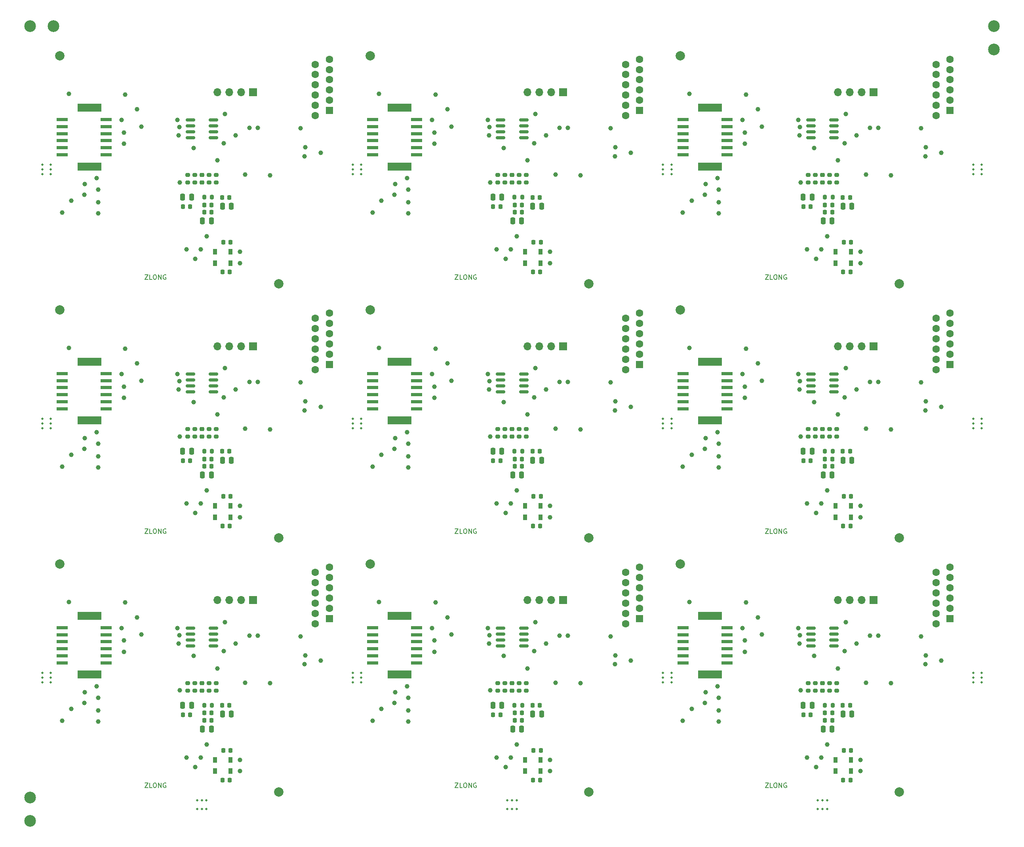
<source format=gbr>
%TF.GenerationSoftware,KiCad,Pcbnew,(6.0.0)*%
%TF.CreationDate,2022-01-01T16:03:18+08:00*%
%TF.ProjectId,SX7H02050048_PB,53583748-3032-4303-9530-3034385f5042,rev?*%
%TF.SameCoordinates,Original*%
%TF.FileFunction,Soldermask,Top*%
%TF.FilePolarity,Negative*%
%FSLAX46Y46*%
G04 Gerber Fmt 4.6, Leading zero omitted, Abs format (unit mm)*
G04 Created by KiCad (PCBNEW (6.0.0)) date 2022-01-01 16:03:18*
%MOMM*%
%LPD*%
G01*
G04 APERTURE LIST*
G04 Aperture macros list*
%AMRoundRect*
0 Rectangle with rounded corners*
0 $1 Rounding radius*
0 $2 $3 $4 $5 $6 $7 $8 $9 X,Y pos of 4 corners*
0 Add a 4 corners polygon primitive as box body*
4,1,4,$2,$3,$4,$5,$6,$7,$8,$9,$2,$3,0*
0 Add four circle primitives for the rounded corners*
1,1,$1+$1,$2,$3*
1,1,$1+$1,$4,$5*
1,1,$1+$1,$6,$7*
1,1,$1+$1,$8,$9*
0 Add four rect primitives between the rounded corners*
20,1,$1+$1,$2,$3,$4,$5,0*
20,1,$1+$1,$4,$5,$6,$7,0*
20,1,$1+$1,$6,$7,$8,$9,0*
20,1,$1+$1,$8,$9,$2,$3,0*%
G04 Aperture macros list end*
%ADD10C,0.150000*%
%ADD11C,0.500000*%
%ADD12RoundRect,0.225000X0.225000X0.250000X-0.225000X0.250000X-0.225000X-0.250000X0.225000X-0.250000X0*%
%ADD13RoundRect,0.200000X0.275000X-0.200000X0.275000X0.200000X-0.275000X0.200000X-0.275000X-0.200000X0*%
%ADD14C,1.000000*%
%ADD15RoundRect,0.250000X-0.250000X-0.475000X0.250000X-0.475000X0.250000X0.475000X-0.250000X0.475000X0*%
%ADD16R,2.450000X0.800000*%
%ADD17R,5.050000X1.800000*%
%ADD18RoundRect,0.200000X0.200000X0.275000X-0.200000X0.275000X-0.200000X-0.275000X0.200000X-0.275000X0*%
%ADD19R,0.900000X1.200000*%
%ADD20C,2.000000*%
%ADD21R,1.600000X1.600000*%
%ADD22C,1.600000*%
%ADD23RoundRect,0.225000X-0.250000X0.225000X-0.250000X-0.225000X0.250000X-0.225000X0.250000X0.225000X0*%
%ADD24RoundRect,0.200000X-0.275000X0.200000X-0.275000X-0.200000X0.275000X-0.200000X0.275000X0.200000X0*%
%ADD25RoundRect,0.250000X0.250000X0.475000X-0.250000X0.475000X-0.250000X-0.475000X0.250000X-0.475000X0*%
%ADD26RoundRect,0.225000X-0.225000X-0.250000X0.225000X-0.250000X0.225000X0.250000X-0.225000X0.250000X0*%
%ADD27R,1.700000X1.700000*%
%ADD28O,1.700000X1.700000*%
%ADD29RoundRect,0.150000X0.825000X0.150000X-0.825000X0.150000X-0.825000X-0.150000X0.825000X-0.150000X0*%
%ADD30C,2.500000*%
G04 APERTURE END LIST*
D10*
%TO.C,ZLONG_LOGO2*%
X179705283Y-184395555D02*
X180371950Y-184395555D01*
X179705283Y-185395555D01*
X180371950Y-185395555D01*
X181229093Y-185395555D02*
X180752902Y-185395555D01*
X180752902Y-184395555D01*
X181752902Y-184395555D02*
X181943378Y-184395555D01*
X182038617Y-184443175D01*
X182133855Y-184538413D01*
X182181474Y-184728889D01*
X182181474Y-185062222D01*
X182133855Y-185252698D01*
X182038617Y-185347936D01*
X181943378Y-185395555D01*
X181752902Y-185395555D01*
X181657664Y-185347936D01*
X181562426Y-185252698D01*
X181514807Y-185062222D01*
X181514807Y-184728889D01*
X181562426Y-184538413D01*
X181657664Y-184443175D01*
X181752902Y-184395555D01*
X182610045Y-185395555D02*
X182610045Y-184395555D01*
X183181474Y-185395555D01*
X183181474Y-184395555D01*
X184181474Y-184443175D02*
X184086236Y-184395555D01*
X183943378Y-184395555D01*
X183800521Y-184443175D01*
X183705283Y-184538413D01*
X183657664Y-184633651D01*
X183610045Y-184824127D01*
X183610045Y-184966984D01*
X183657664Y-185157460D01*
X183705283Y-185252698D01*
X183800521Y-185347936D01*
X183943378Y-185395555D01*
X184038617Y-185395555D01*
X184181474Y-185347936D01*
X184229093Y-185300317D01*
X184229093Y-184966984D01*
X184038617Y-184966984D01*
X113355283Y-184395555D02*
X114021950Y-184395555D01*
X113355283Y-185395555D01*
X114021950Y-185395555D01*
X114879093Y-185395555D02*
X114402902Y-185395555D01*
X114402902Y-184395555D01*
X115402902Y-184395555D02*
X115593378Y-184395555D01*
X115688617Y-184443175D01*
X115783855Y-184538413D01*
X115831474Y-184728889D01*
X115831474Y-185062222D01*
X115783855Y-185252698D01*
X115688617Y-185347936D01*
X115593378Y-185395555D01*
X115402902Y-185395555D01*
X115307664Y-185347936D01*
X115212426Y-185252698D01*
X115164807Y-185062222D01*
X115164807Y-184728889D01*
X115212426Y-184538413D01*
X115307664Y-184443175D01*
X115402902Y-184395555D01*
X116260045Y-185395555D02*
X116260045Y-184395555D01*
X116831474Y-185395555D01*
X116831474Y-184395555D01*
X117831474Y-184443175D02*
X117736236Y-184395555D01*
X117593378Y-184395555D01*
X117450521Y-184443175D01*
X117355283Y-184538413D01*
X117307664Y-184633651D01*
X117260045Y-184824127D01*
X117260045Y-184966984D01*
X117307664Y-185157460D01*
X117355283Y-185252698D01*
X117450521Y-185347936D01*
X117593378Y-185395555D01*
X117688617Y-185395555D01*
X117831474Y-185347936D01*
X117879093Y-185300317D01*
X117879093Y-184966984D01*
X117688617Y-184966984D01*
X47005283Y-184395555D02*
X47671950Y-184395555D01*
X47005283Y-185395555D01*
X47671950Y-185395555D01*
X48529093Y-185395555D02*
X48052902Y-185395555D01*
X48052902Y-184395555D01*
X49052902Y-184395555D02*
X49243378Y-184395555D01*
X49338617Y-184443175D01*
X49433855Y-184538413D01*
X49481474Y-184728889D01*
X49481474Y-185062222D01*
X49433855Y-185252698D01*
X49338617Y-185347936D01*
X49243378Y-185395555D01*
X49052902Y-185395555D01*
X48957664Y-185347936D01*
X48862426Y-185252698D01*
X48814807Y-185062222D01*
X48814807Y-184728889D01*
X48862426Y-184538413D01*
X48957664Y-184443175D01*
X49052902Y-184395555D01*
X49910045Y-185395555D02*
X49910045Y-184395555D01*
X50481474Y-185395555D01*
X50481474Y-184395555D01*
X51481474Y-184443175D02*
X51386236Y-184395555D01*
X51243378Y-184395555D01*
X51100521Y-184443175D01*
X51005283Y-184538413D01*
X50957664Y-184633651D01*
X50910045Y-184824127D01*
X50910045Y-184966984D01*
X50957664Y-185157460D01*
X51005283Y-185252698D01*
X51100521Y-185347936D01*
X51243378Y-185395555D01*
X51338617Y-185395555D01*
X51481474Y-185347936D01*
X51529093Y-185300317D01*
X51529093Y-184966984D01*
X51338617Y-184966984D01*
X179705283Y-130045494D02*
X180371950Y-130045494D01*
X179705283Y-131045494D01*
X180371950Y-131045494D01*
X181229093Y-131045494D02*
X180752902Y-131045494D01*
X180752902Y-130045494D01*
X181752902Y-130045494D02*
X181943378Y-130045494D01*
X182038617Y-130093114D01*
X182133855Y-130188352D01*
X182181474Y-130378828D01*
X182181474Y-130712161D01*
X182133855Y-130902637D01*
X182038617Y-130997875D01*
X181943378Y-131045494D01*
X181752902Y-131045494D01*
X181657664Y-130997875D01*
X181562426Y-130902637D01*
X181514807Y-130712161D01*
X181514807Y-130378828D01*
X181562426Y-130188352D01*
X181657664Y-130093114D01*
X181752902Y-130045494D01*
X182610045Y-131045494D02*
X182610045Y-130045494D01*
X183181474Y-131045494D01*
X183181474Y-130045494D01*
X184181474Y-130093114D02*
X184086236Y-130045494D01*
X183943378Y-130045494D01*
X183800521Y-130093114D01*
X183705283Y-130188352D01*
X183657664Y-130283590D01*
X183610045Y-130474066D01*
X183610045Y-130616923D01*
X183657664Y-130807399D01*
X183705283Y-130902637D01*
X183800521Y-130997875D01*
X183943378Y-131045494D01*
X184038617Y-131045494D01*
X184181474Y-130997875D01*
X184229093Y-130950256D01*
X184229093Y-130616923D01*
X184038617Y-130616923D01*
X113355283Y-130045494D02*
X114021950Y-130045494D01*
X113355283Y-131045494D01*
X114021950Y-131045494D01*
X114879093Y-131045494D02*
X114402902Y-131045494D01*
X114402902Y-130045494D01*
X115402902Y-130045494D02*
X115593378Y-130045494D01*
X115688617Y-130093114D01*
X115783855Y-130188352D01*
X115831474Y-130378828D01*
X115831474Y-130712161D01*
X115783855Y-130902637D01*
X115688617Y-130997875D01*
X115593378Y-131045494D01*
X115402902Y-131045494D01*
X115307664Y-130997875D01*
X115212426Y-130902637D01*
X115164807Y-130712161D01*
X115164807Y-130378828D01*
X115212426Y-130188352D01*
X115307664Y-130093114D01*
X115402902Y-130045494D01*
X116260045Y-131045494D02*
X116260045Y-130045494D01*
X116831474Y-131045494D01*
X116831474Y-130045494D01*
X117831474Y-130093114D02*
X117736236Y-130045494D01*
X117593378Y-130045494D01*
X117450521Y-130093114D01*
X117355283Y-130188352D01*
X117307664Y-130283590D01*
X117260045Y-130474066D01*
X117260045Y-130616923D01*
X117307664Y-130807399D01*
X117355283Y-130902637D01*
X117450521Y-130997875D01*
X117593378Y-131045494D01*
X117688617Y-131045494D01*
X117831474Y-130997875D01*
X117879093Y-130950256D01*
X117879093Y-130616923D01*
X117688617Y-130616923D01*
X47005283Y-130045494D02*
X47671950Y-130045494D01*
X47005283Y-131045494D01*
X47671950Y-131045494D01*
X48529093Y-131045494D02*
X48052902Y-131045494D01*
X48052902Y-130045494D01*
X49052902Y-130045494D02*
X49243378Y-130045494D01*
X49338617Y-130093114D01*
X49433855Y-130188352D01*
X49481474Y-130378828D01*
X49481474Y-130712161D01*
X49433855Y-130902637D01*
X49338617Y-130997875D01*
X49243378Y-131045494D01*
X49052902Y-131045494D01*
X48957664Y-130997875D01*
X48862426Y-130902637D01*
X48814807Y-130712161D01*
X48814807Y-130378828D01*
X48862426Y-130188352D01*
X48957664Y-130093114D01*
X49052902Y-130045494D01*
X49910045Y-131045494D02*
X49910045Y-130045494D01*
X50481474Y-131045494D01*
X50481474Y-130045494D01*
X51481474Y-130093114D02*
X51386236Y-130045494D01*
X51243378Y-130045494D01*
X51100521Y-130093114D01*
X51005283Y-130188352D01*
X50957664Y-130283590D01*
X50910045Y-130474066D01*
X50910045Y-130616923D01*
X50957664Y-130807399D01*
X51005283Y-130902637D01*
X51100521Y-130997875D01*
X51243378Y-131045494D01*
X51338617Y-131045494D01*
X51481474Y-130997875D01*
X51529093Y-130950256D01*
X51529093Y-130616923D01*
X51338617Y-130616923D01*
X179705283Y-75695433D02*
X180371950Y-75695433D01*
X179705283Y-76695433D01*
X180371950Y-76695433D01*
X181229093Y-76695433D02*
X180752902Y-76695433D01*
X180752902Y-75695433D01*
X181752902Y-75695433D02*
X181943378Y-75695433D01*
X182038617Y-75743053D01*
X182133855Y-75838291D01*
X182181474Y-76028767D01*
X182181474Y-76362100D01*
X182133855Y-76552576D01*
X182038617Y-76647814D01*
X181943378Y-76695433D01*
X181752902Y-76695433D01*
X181657664Y-76647814D01*
X181562426Y-76552576D01*
X181514807Y-76362100D01*
X181514807Y-76028767D01*
X181562426Y-75838291D01*
X181657664Y-75743053D01*
X181752902Y-75695433D01*
X182610045Y-76695433D02*
X182610045Y-75695433D01*
X183181474Y-76695433D01*
X183181474Y-75695433D01*
X184181474Y-75743053D02*
X184086236Y-75695433D01*
X183943378Y-75695433D01*
X183800521Y-75743053D01*
X183705283Y-75838291D01*
X183657664Y-75933529D01*
X183610045Y-76124005D01*
X183610045Y-76266862D01*
X183657664Y-76457338D01*
X183705283Y-76552576D01*
X183800521Y-76647814D01*
X183943378Y-76695433D01*
X184038617Y-76695433D01*
X184181474Y-76647814D01*
X184229093Y-76600195D01*
X184229093Y-76266862D01*
X184038617Y-76266862D01*
X113355283Y-75695433D02*
X114021950Y-75695433D01*
X113355283Y-76695433D01*
X114021950Y-76695433D01*
X114879093Y-76695433D02*
X114402902Y-76695433D01*
X114402902Y-75695433D01*
X115402902Y-75695433D02*
X115593378Y-75695433D01*
X115688617Y-75743053D01*
X115783855Y-75838291D01*
X115831474Y-76028767D01*
X115831474Y-76362100D01*
X115783855Y-76552576D01*
X115688617Y-76647814D01*
X115593378Y-76695433D01*
X115402902Y-76695433D01*
X115307664Y-76647814D01*
X115212426Y-76552576D01*
X115164807Y-76362100D01*
X115164807Y-76028767D01*
X115212426Y-75838291D01*
X115307664Y-75743053D01*
X115402902Y-75695433D01*
X116260045Y-76695433D02*
X116260045Y-75695433D01*
X116831474Y-76695433D01*
X116831474Y-75695433D01*
X117831474Y-75743053D02*
X117736236Y-75695433D01*
X117593378Y-75695433D01*
X117450521Y-75743053D01*
X117355283Y-75838291D01*
X117307664Y-75933529D01*
X117260045Y-76124005D01*
X117260045Y-76266862D01*
X117307664Y-76457338D01*
X117355283Y-76552576D01*
X117450521Y-76647814D01*
X117593378Y-76695433D01*
X117688617Y-76695433D01*
X117831474Y-76647814D01*
X117879093Y-76600195D01*
X117879093Y-76266862D01*
X117688617Y-76266862D01*
X47005283Y-75695433D02*
X47671950Y-75695433D01*
X47005283Y-76695433D01*
X47671950Y-76695433D01*
X48529093Y-76695433D02*
X48052902Y-76695433D01*
X48052902Y-75695433D01*
X49052902Y-75695433D02*
X49243378Y-75695433D01*
X49338617Y-75743053D01*
X49433855Y-75838291D01*
X49481474Y-76028767D01*
X49481474Y-76362100D01*
X49433855Y-76552576D01*
X49338617Y-76647814D01*
X49243378Y-76695433D01*
X49052902Y-76695433D01*
X48957664Y-76647814D01*
X48862426Y-76552576D01*
X48814807Y-76362100D01*
X48814807Y-76028767D01*
X48862426Y-75838291D01*
X48957664Y-75743053D01*
X49052902Y-75695433D01*
X49910045Y-76695433D02*
X49910045Y-75695433D01*
X50481474Y-76695433D01*
X50481474Y-75695433D01*
X51481474Y-75743053D02*
X51386236Y-75695433D01*
X51243378Y-75695433D01*
X51100521Y-75743053D01*
X51005283Y-75838291D01*
X50957664Y-75933529D01*
X50910045Y-76124005D01*
X50910045Y-76266862D01*
X50957664Y-76457338D01*
X51005283Y-76552576D01*
X51100521Y-76647814D01*
X51243378Y-76695433D01*
X51338617Y-76695433D01*
X51481474Y-76647814D01*
X51529093Y-76600195D01*
X51529093Y-76266862D01*
X51338617Y-76266862D01*
%TD*%
D11*
%TO.C,*%
X192875000Y-189950183D03*
%TD*%
%TO.C,*%
X190875000Y-189950183D03*
%TD*%
%TO.C,*%
X191875000Y-189950183D03*
%TD*%
%TO.C,*%
X192875000Y-188150183D03*
%TD*%
%TO.C,*%
X190875000Y-188150183D03*
%TD*%
%TO.C,*%
X191875000Y-188150183D03*
%TD*%
%TO.C,*%
X126525000Y-189950183D03*
%TD*%
%TO.C,*%
X124525000Y-189950183D03*
%TD*%
%TO.C,*%
X125525000Y-189950183D03*
%TD*%
%TO.C,*%
X126525000Y-188150183D03*
%TD*%
%TO.C,*%
X124525000Y-188150183D03*
%TD*%
%TO.C,*%
X125525000Y-188150183D03*
%TD*%
%TO.C,*%
X60175000Y-189950183D03*
%TD*%
%TO.C,*%
X58175000Y-189950183D03*
%TD*%
%TO.C,*%
X59175000Y-189950183D03*
%TD*%
%TO.C,*%
X60175000Y-188150183D03*
%TD*%
%TO.C,*%
X58175000Y-188150183D03*
%TD*%
%TO.C,*%
X59175000Y-188150183D03*
%TD*%
%TO.C,*%
X225950000Y-162875152D03*
%TD*%
%TO.C,*%
X225950000Y-160875152D03*
%TD*%
%TO.C,*%
X225950000Y-161875152D03*
%TD*%
%TO.C,*%
X224150000Y-162875152D03*
%TD*%
%TO.C,*%
X224150000Y-160875152D03*
%TD*%
%TO.C,*%
X224150000Y-161875152D03*
%TD*%
%TO.C,*%
X159600000Y-162875152D03*
%TD*%
%TO.C,*%
X159600000Y-160875152D03*
%TD*%
%TO.C,*%
X159600000Y-161875152D03*
%TD*%
%TO.C,*%
X157800000Y-162875152D03*
%TD*%
%TO.C,*%
X157800000Y-160875152D03*
%TD*%
%TO.C,*%
X157800000Y-161875152D03*
%TD*%
%TO.C,*%
X93250000Y-162875152D03*
%TD*%
%TO.C,*%
X93250000Y-160875152D03*
%TD*%
%TO.C,*%
X93250000Y-161875152D03*
%TD*%
%TO.C,*%
X91450000Y-162875152D03*
%TD*%
%TO.C,*%
X91450000Y-160875152D03*
%TD*%
%TO.C,*%
X91450000Y-161875152D03*
%TD*%
%TO.C,*%
X26900000Y-162875152D03*
%TD*%
%TO.C,*%
X26900000Y-160875152D03*
%TD*%
%TO.C,*%
X26900000Y-161875152D03*
%TD*%
%TO.C,*%
X25100000Y-162875152D03*
%TD*%
%TO.C,*%
X25100000Y-160875152D03*
%TD*%
%TO.C,*%
X25100000Y-161875152D03*
%TD*%
%TO.C,*%
X225950000Y-108525091D03*
%TD*%
%TO.C,*%
X225950000Y-106525091D03*
%TD*%
%TO.C,*%
X225950000Y-107525091D03*
%TD*%
%TO.C,*%
X224150000Y-108525091D03*
%TD*%
%TO.C,*%
X224150000Y-106525091D03*
%TD*%
%TO.C,*%
X224150000Y-107525091D03*
%TD*%
%TO.C,*%
X159600000Y-108525091D03*
%TD*%
%TO.C,*%
X159600000Y-106525091D03*
%TD*%
%TO.C,*%
X159600000Y-107525091D03*
%TD*%
%TO.C,*%
X157800000Y-108525091D03*
%TD*%
%TO.C,*%
X157800000Y-106525091D03*
%TD*%
%TO.C,*%
X157800000Y-107525091D03*
%TD*%
%TO.C,*%
X93250000Y-108525091D03*
%TD*%
%TO.C,*%
X93250000Y-106525091D03*
%TD*%
%TO.C,*%
X93250000Y-107525091D03*
%TD*%
%TO.C,*%
X91450000Y-108525091D03*
%TD*%
%TO.C,*%
X91450000Y-106525091D03*
%TD*%
%TO.C,*%
X91450000Y-107525091D03*
%TD*%
%TO.C,*%
X26900000Y-108525091D03*
%TD*%
%TO.C,*%
X26900000Y-106525091D03*
%TD*%
%TO.C,*%
X26900000Y-107525091D03*
%TD*%
%TO.C,*%
X25100000Y-108525091D03*
%TD*%
%TO.C,*%
X25100000Y-106525091D03*
%TD*%
%TO.C,*%
X25100000Y-107525091D03*
%TD*%
%TO.C,*%
X225950000Y-54175030D03*
%TD*%
%TO.C,*%
X225950000Y-52175030D03*
%TD*%
%TO.C,*%
X225950000Y-53175030D03*
%TD*%
%TO.C,*%
X224150000Y-54175030D03*
%TD*%
%TO.C,*%
X224150000Y-52175030D03*
%TD*%
%TO.C,*%
X224150000Y-53175030D03*
%TD*%
%TO.C,*%
X159600000Y-54175030D03*
%TD*%
%TO.C,*%
X159600000Y-52175030D03*
%TD*%
%TO.C,*%
X159600000Y-53175030D03*
%TD*%
%TO.C,*%
X157800000Y-54175030D03*
%TD*%
%TO.C,*%
X157800000Y-52175030D03*
%TD*%
%TO.C,*%
X157800000Y-53175030D03*
%TD*%
%TO.C,*%
X93250000Y-54175030D03*
%TD*%
%TO.C,*%
X93250000Y-52175030D03*
%TD*%
%TO.C,*%
X93250000Y-53175030D03*
%TD*%
%TO.C,*%
X91450000Y-54175030D03*
%TD*%
%TO.C,*%
X91450000Y-52175030D03*
%TD*%
%TO.C,*%
X91450000Y-53175030D03*
%TD*%
%TO.C,*%
X26900000Y-54175030D03*
%TD*%
%TO.C,*%
X26900000Y-52175030D03*
%TD*%
%TO.C,*%
X26900000Y-53175030D03*
%TD*%
%TO.C,*%
X25100000Y-54175030D03*
%TD*%
%TO.C,*%
X25100000Y-52175030D03*
%TD*%
%TO.C,*%
X25100000Y-53175030D03*
%TD*%
D12*
%TO.C,C120*%
X193973998Y-169449175D03*
X192423998Y-169449175D03*
%TD*%
D13*
%TO.C,R109*%
X194944998Y-164686175D03*
X194944998Y-163036175D03*
%TD*%
D14*
%TO.C,TP49*%
X175259998Y-153955175D03*
%TD*%
D15*
%TO.C,C117*%
X196280998Y-169703175D03*
X198180998Y-169703175D03*
%TD*%
D14*
%TO.C,TP55*%
X186943998Y-154590175D03*
%TD*%
%TO.C,TP63*%
X200024998Y-181895175D03*
%TD*%
%TO.C,TP84*%
X169697398Y-168915775D03*
%TD*%
%TO.C,TP31*%
X187197998Y-164623175D03*
%TD*%
%TO.C,TP44*%
X175513998Y-145827175D03*
%TD*%
%TO.C,TP70*%
X166750998Y-167290175D03*
%TD*%
%TO.C,TP68*%
X192912998Y-176180175D03*
%TD*%
%TO.C,TP46*%
X178053998Y-149002175D03*
%TD*%
%TO.C,TP45*%
X178942998Y-152685175D03*
%TD*%
%TO.C,TP65*%
X190499998Y-181006175D03*
%TD*%
D16*
%TO.C,J2*%
X162050999Y-158703675D03*
X171451006Y-158703675D03*
X162050999Y-157203675D03*
X171451006Y-157203675D03*
X162050999Y-155703676D03*
X171451006Y-155703676D03*
X162050999Y-154203674D03*
X171451006Y-154203674D03*
X162050999Y-152703674D03*
X171451006Y-152703674D03*
X162050999Y-151203675D03*
X171451006Y-151203675D03*
D17*
X167851013Y-161233675D03*
X167851013Y-148673675D03*
%TD*%
D18*
%TO.C,L103*%
X194057998Y-167798175D03*
X192407998Y-167798175D03*
%TD*%
D14*
%TO.C,TP74*%
X169697398Y-166172575D03*
%TD*%
%TO.C,TP91*%
X202056998Y-152939175D03*
%TD*%
%TO.C,TP85*%
X169417998Y-163734175D03*
%TD*%
%TO.C,TP54*%
X190118998Y-157257175D03*
%TD*%
%TO.C,TP78*%
X163956998Y-168560175D03*
%TD*%
D15*
%TO.C,C116*%
X187771998Y-167798175D03*
X189671998Y-167798175D03*
%TD*%
D19*
%TO.C,D107*%
X197991998Y-179482175D03*
X194691998Y-179482175D03*
%TD*%
D14*
%TO.C,TP64*%
X200024998Y-179482175D03*
%TD*%
%TO.C,TP96*%
X206501998Y-163099175D03*
%TD*%
%TO.C,TP95*%
X201167998Y-162972175D03*
%TD*%
D20*
%TO.C,MARK2*%
X208312998Y-186337175D03*
%TD*%
D13*
%TO.C,R116*%
X193420998Y-164686175D03*
X193420998Y-163036175D03*
%TD*%
D21*
%TO.C,J1*%
X219162998Y-149287175D03*
D22*
X219162998Y-147087175D03*
X219162998Y-144887175D03*
X219162998Y-142687175D03*
X219162998Y-140487175D03*
X219162998Y-138287175D03*
X216162998Y-150387175D03*
X216162998Y-148187175D03*
X216162998Y-145987175D03*
X216162998Y-143787175D03*
X216162998Y-141587175D03*
X216162998Y-139387175D03*
%TD*%
D12*
%TO.C,C135*%
X197878998Y-183800175D03*
X196328998Y-183800175D03*
%TD*%
D14*
%TO.C,TP53*%
X196849998Y-150018175D03*
%TD*%
D19*
%TO.C,D106*%
X197991998Y-181895175D03*
X194691998Y-181895175D03*
%TD*%
D23*
%TO.C,C122*%
X191896998Y-163086175D03*
X191896998Y-164636175D03*
%TD*%
D14*
%TO.C,TP56*%
X186689998Y-151288175D03*
%TD*%
%TO.C,TP59*%
X187070998Y-152812175D03*
%TD*%
%TO.C,TP11*%
X217296998Y-158273175D03*
%TD*%
%TO.C,TP10*%
X213994998Y-157130175D03*
%TD*%
%TO.C,TP3*%
X212978998Y-153066175D03*
%TD*%
%TO.C,TP83*%
X169697398Y-171277975D03*
%TD*%
D24*
%TO.C,R119*%
X188848998Y-163036175D03*
X188848998Y-164686175D03*
%TD*%
D14*
%TO.C,TP77*%
X162026598Y-171074775D03*
%TD*%
%TO.C,TP52*%
X196595998Y-156241175D03*
%TD*%
D25*
%TO.C,C119*%
X193928998Y-172878175D03*
X192028998Y-172878175D03*
%TD*%
D26*
%TO.C,C113*%
X187819998Y-169830175D03*
X189369998Y-169830175D03*
%TD*%
D27*
%TO.C,J101*%
X202808998Y-145319175D03*
D28*
X200268998Y-145319175D03*
X197728998Y-145319175D03*
X195188998Y-145319175D03*
%TD*%
D12*
%TO.C,C136*%
X198005998Y-177450175D03*
X196455998Y-177450175D03*
%TD*%
D14*
%TO.C,TP43*%
X175259998Y-156368175D03*
%TD*%
D24*
%TO.C,R110*%
X190372998Y-163036175D03*
X190372998Y-164686175D03*
%TD*%
D14*
%TO.C,TP67*%
X188594998Y-178974175D03*
%TD*%
%TO.C,TP28*%
X195198998Y-159924175D03*
%TD*%
%TO.C,TP48*%
X163448998Y-145700175D03*
%TD*%
D29*
%TO.C,U103*%
X194371998Y-155098175D03*
X194371998Y-153828175D03*
X194371998Y-152558175D03*
X194371998Y-151288175D03*
X189421998Y-151288175D03*
X189421998Y-152558175D03*
X189421998Y-153828175D03*
X189421998Y-155098175D03*
%TD*%
D14*
%TO.C,TP92*%
X203834998Y-152939175D03*
%TD*%
%TO.C,TP93*%
X199135998Y-154590175D03*
%TD*%
%TO.C,TP66*%
X191642998Y-178974175D03*
%TD*%
D26*
%TO.C,C118*%
X196235998Y-167836415D03*
X197785998Y-167836415D03*
%TD*%
D20*
%TO.C,MARK1*%
X161512998Y-137537175D03*
%TD*%
D14*
%TO.C,TP79*%
X166877998Y-165004175D03*
%TD*%
D12*
%TO.C,C121*%
X193973998Y-171015415D03*
X192423998Y-171015415D03*
%TD*%
D14*
%TO.C,TP6*%
X213867998Y-159035175D03*
%TD*%
%TO.C,TP50*%
X174751998Y-151288175D03*
%TD*%
D12*
%TO.C,C120*%
X127623998Y-169449175D03*
X126073998Y-169449175D03*
%TD*%
D13*
%TO.C,R109*%
X128594998Y-164686175D03*
X128594998Y-163036175D03*
%TD*%
D14*
%TO.C,TP49*%
X108909998Y-153955175D03*
%TD*%
D15*
%TO.C,C117*%
X129930998Y-169703175D03*
X131830998Y-169703175D03*
%TD*%
D14*
%TO.C,TP55*%
X120593998Y-154590175D03*
%TD*%
%TO.C,TP63*%
X133674998Y-181895175D03*
%TD*%
%TO.C,TP84*%
X103347398Y-168915775D03*
%TD*%
%TO.C,TP31*%
X120847998Y-164623175D03*
%TD*%
%TO.C,TP44*%
X109163998Y-145827175D03*
%TD*%
%TO.C,TP70*%
X100400998Y-167290175D03*
%TD*%
%TO.C,TP68*%
X126562998Y-176180175D03*
%TD*%
%TO.C,TP46*%
X111703998Y-149002175D03*
%TD*%
%TO.C,TP45*%
X112592998Y-152685175D03*
%TD*%
%TO.C,TP65*%
X124149998Y-181006175D03*
%TD*%
D16*
%TO.C,J2*%
X95700999Y-158703675D03*
X105101006Y-158703675D03*
X95700999Y-157203675D03*
X105101006Y-157203675D03*
X95700999Y-155703676D03*
X105101006Y-155703676D03*
X95700999Y-154203674D03*
X105101006Y-154203674D03*
X95700999Y-152703674D03*
X105101006Y-152703674D03*
X95700999Y-151203675D03*
X105101006Y-151203675D03*
D17*
X101501013Y-161233675D03*
X101501013Y-148673675D03*
%TD*%
D18*
%TO.C,L103*%
X127707998Y-167798175D03*
X126057998Y-167798175D03*
%TD*%
D14*
%TO.C,TP74*%
X103347398Y-166172575D03*
%TD*%
%TO.C,TP91*%
X135706998Y-152939175D03*
%TD*%
%TO.C,TP85*%
X103067998Y-163734175D03*
%TD*%
%TO.C,TP54*%
X123768998Y-157257175D03*
%TD*%
%TO.C,TP78*%
X97606998Y-168560175D03*
%TD*%
D15*
%TO.C,C116*%
X121421998Y-167798175D03*
X123321998Y-167798175D03*
%TD*%
D19*
%TO.C,D107*%
X131641998Y-179482175D03*
X128341998Y-179482175D03*
%TD*%
D14*
%TO.C,TP64*%
X133674998Y-179482175D03*
%TD*%
%TO.C,TP96*%
X140151998Y-163099175D03*
%TD*%
%TO.C,TP95*%
X134817998Y-162972175D03*
%TD*%
D20*
%TO.C,MARK2*%
X141962998Y-186337175D03*
%TD*%
D13*
%TO.C,R116*%
X127070998Y-164686175D03*
X127070998Y-163036175D03*
%TD*%
D21*
%TO.C,J1*%
X152812998Y-149287175D03*
D22*
X152812998Y-147087175D03*
X152812998Y-144887175D03*
X152812998Y-142687175D03*
X152812998Y-140487175D03*
X152812998Y-138287175D03*
X149812998Y-150387175D03*
X149812998Y-148187175D03*
X149812998Y-145987175D03*
X149812998Y-143787175D03*
X149812998Y-141587175D03*
X149812998Y-139387175D03*
%TD*%
D12*
%TO.C,C135*%
X131528998Y-183800175D03*
X129978998Y-183800175D03*
%TD*%
D14*
%TO.C,TP53*%
X130499998Y-150018175D03*
%TD*%
D19*
%TO.C,D106*%
X131641998Y-181895175D03*
X128341998Y-181895175D03*
%TD*%
D23*
%TO.C,C122*%
X125546998Y-163086175D03*
X125546998Y-164636175D03*
%TD*%
D14*
%TO.C,TP56*%
X120339998Y-151288175D03*
%TD*%
%TO.C,TP59*%
X120720998Y-152812175D03*
%TD*%
%TO.C,TP11*%
X150946998Y-158273175D03*
%TD*%
%TO.C,TP10*%
X147644998Y-157130175D03*
%TD*%
%TO.C,TP3*%
X146628998Y-153066175D03*
%TD*%
%TO.C,TP83*%
X103347398Y-171277975D03*
%TD*%
D24*
%TO.C,R119*%
X122498998Y-163036175D03*
X122498998Y-164686175D03*
%TD*%
D14*
%TO.C,TP77*%
X95676598Y-171074775D03*
%TD*%
%TO.C,TP52*%
X130245998Y-156241175D03*
%TD*%
D25*
%TO.C,C119*%
X127578998Y-172878175D03*
X125678998Y-172878175D03*
%TD*%
D26*
%TO.C,C113*%
X121469998Y-169830175D03*
X123019998Y-169830175D03*
%TD*%
D27*
%TO.C,J101*%
X136458998Y-145319175D03*
D28*
X133918998Y-145319175D03*
X131378998Y-145319175D03*
X128838998Y-145319175D03*
%TD*%
D12*
%TO.C,C136*%
X131655998Y-177450175D03*
X130105998Y-177450175D03*
%TD*%
D14*
%TO.C,TP43*%
X108909998Y-156368175D03*
%TD*%
D24*
%TO.C,R110*%
X124022998Y-163036175D03*
X124022998Y-164686175D03*
%TD*%
D14*
%TO.C,TP67*%
X122244998Y-178974175D03*
%TD*%
%TO.C,TP28*%
X128848998Y-159924175D03*
%TD*%
%TO.C,TP48*%
X97098998Y-145700175D03*
%TD*%
D29*
%TO.C,U103*%
X128021998Y-155098175D03*
X128021998Y-153828175D03*
X128021998Y-152558175D03*
X128021998Y-151288175D03*
X123071998Y-151288175D03*
X123071998Y-152558175D03*
X123071998Y-153828175D03*
X123071998Y-155098175D03*
%TD*%
D14*
%TO.C,TP92*%
X137484998Y-152939175D03*
%TD*%
%TO.C,TP93*%
X132785998Y-154590175D03*
%TD*%
%TO.C,TP66*%
X125292998Y-178974175D03*
%TD*%
D26*
%TO.C,C118*%
X129885998Y-167836415D03*
X131435998Y-167836415D03*
%TD*%
D20*
%TO.C,MARK1*%
X95162998Y-137537175D03*
%TD*%
D14*
%TO.C,TP79*%
X100527998Y-165004175D03*
%TD*%
D12*
%TO.C,C121*%
X127623998Y-171015415D03*
X126073998Y-171015415D03*
%TD*%
D14*
%TO.C,TP6*%
X147517998Y-159035175D03*
%TD*%
%TO.C,TP50*%
X108401998Y-151288175D03*
%TD*%
D12*
%TO.C,C120*%
X61273998Y-169449175D03*
X59723998Y-169449175D03*
%TD*%
D13*
%TO.C,R109*%
X62244998Y-164686175D03*
X62244998Y-163036175D03*
%TD*%
D14*
%TO.C,TP49*%
X42559998Y-153955175D03*
%TD*%
D15*
%TO.C,C117*%
X63580998Y-169703175D03*
X65480998Y-169703175D03*
%TD*%
D14*
%TO.C,TP55*%
X54243998Y-154590175D03*
%TD*%
%TO.C,TP63*%
X67324998Y-181895175D03*
%TD*%
%TO.C,TP84*%
X36997398Y-168915775D03*
%TD*%
%TO.C,TP31*%
X54497998Y-164623175D03*
%TD*%
%TO.C,TP44*%
X42813998Y-145827175D03*
%TD*%
%TO.C,TP70*%
X34050998Y-167290175D03*
%TD*%
%TO.C,TP68*%
X60212998Y-176180175D03*
%TD*%
%TO.C,TP46*%
X45353998Y-149002175D03*
%TD*%
%TO.C,TP45*%
X46242998Y-152685175D03*
%TD*%
%TO.C,TP65*%
X57799998Y-181006175D03*
%TD*%
D16*
%TO.C,J2*%
X29350999Y-158703675D03*
X38751006Y-158703675D03*
X29350999Y-157203675D03*
X38751006Y-157203675D03*
X29350999Y-155703676D03*
X38751006Y-155703676D03*
X29350999Y-154203674D03*
X38751006Y-154203674D03*
X29350999Y-152703674D03*
X38751006Y-152703674D03*
X29350999Y-151203675D03*
X38751006Y-151203675D03*
D17*
X35151013Y-161233675D03*
X35151013Y-148673675D03*
%TD*%
D18*
%TO.C,L103*%
X61357998Y-167798175D03*
X59707998Y-167798175D03*
%TD*%
D14*
%TO.C,TP74*%
X36997398Y-166172575D03*
%TD*%
%TO.C,TP91*%
X69356998Y-152939175D03*
%TD*%
%TO.C,TP85*%
X36717998Y-163734175D03*
%TD*%
%TO.C,TP54*%
X57418998Y-157257175D03*
%TD*%
%TO.C,TP78*%
X31256998Y-168560175D03*
%TD*%
D15*
%TO.C,C116*%
X55071998Y-167798175D03*
X56971998Y-167798175D03*
%TD*%
D19*
%TO.C,D107*%
X65291998Y-179482175D03*
X61991998Y-179482175D03*
%TD*%
D14*
%TO.C,TP64*%
X67324998Y-179482175D03*
%TD*%
%TO.C,TP96*%
X73801998Y-163099175D03*
%TD*%
%TO.C,TP95*%
X68467998Y-162972175D03*
%TD*%
D20*
%TO.C,MARK2*%
X75612998Y-186337175D03*
%TD*%
D13*
%TO.C,R116*%
X60720998Y-164686175D03*
X60720998Y-163036175D03*
%TD*%
D21*
%TO.C,J1*%
X86462998Y-149287175D03*
D22*
X86462998Y-147087175D03*
X86462998Y-144887175D03*
X86462998Y-142687175D03*
X86462998Y-140487175D03*
X86462998Y-138287175D03*
X83462998Y-150387175D03*
X83462998Y-148187175D03*
X83462998Y-145987175D03*
X83462998Y-143787175D03*
X83462998Y-141587175D03*
X83462998Y-139387175D03*
%TD*%
D12*
%TO.C,C135*%
X65178998Y-183800175D03*
X63628998Y-183800175D03*
%TD*%
D14*
%TO.C,TP53*%
X64149998Y-150018175D03*
%TD*%
D19*
%TO.C,D106*%
X65291998Y-181895175D03*
X61991998Y-181895175D03*
%TD*%
D23*
%TO.C,C122*%
X59196998Y-163086175D03*
X59196998Y-164636175D03*
%TD*%
D14*
%TO.C,TP56*%
X53989998Y-151288175D03*
%TD*%
%TO.C,TP59*%
X54370998Y-152812175D03*
%TD*%
%TO.C,TP11*%
X84596998Y-158273175D03*
%TD*%
%TO.C,TP10*%
X81294998Y-157130175D03*
%TD*%
%TO.C,TP3*%
X80278998Y-153066175D03*
%TD*%
%TO.C,TP83*%
X36997398Y-171277975D03*
%TD*%
D24*
%TO.C,R119*%
X56148998Y-163036175D03*
X56148998Y-164686175D03*
%TD*%
D14*
%TO.C,TP77*%
X29326598Y-171074775D03*
%TD*%
%TO.C,TP52*%
X63895998Y-156241175D03*
%TD*%
D25*
%TO.C,C119*%
X61228998Y-172878175D03*
X59328998Y-172878175D03*
%TD*%
D26*
%TO.C,C113*%
X55119998Y-169830175D03*
X56669998Y-169830175D03*
%TD*%
D27*
%TO.C,J101*%
X70108998Y-145319175D03*
D28*
X67568998Y-145319175D03*
X65028998Y-145319175D03*
X62488998Y-145319175D03*
%TD*%
D12*
%TO.C,C136*%
X65305998Y-177450175D03*
X63755998Y-177450175D03*
%TD*%
D14*
%TO.C,TP43*%
X42559998Y-156368175D03*
%TD*%
D24*
%TO.C,R110*%
X57672998Y-163036175D03*
X57672998Y-164686175D03*
%TD*%
D14*
%TO.C,TP67*%
X55894998Y-178974175D03*
%TD*%
%TO.C,TP28*%
X62498998Y-159924175D03*
%TD*%
%TO.C,TP48*%
X30748998Y-145700175D03*
%TD*%
D29*
%TO.C,U103*%
X61671998Y-155098175D03*
X61671998Y-153828175D03*
X61671998Y-152558175D03*
X61671998Y-151288175D03*
X56721998Y-151288175D03*
X56721998Y-152558175D03*
X56721998Y-153828175D03*
X56721998Y-155098175D03*
%TD*%
D14*
%TO.C,TP92*%
X71134998Y-152939175D03*
%TD*%
%TO.C,TP93*%
X66435998Y-154590175D03*
%TD*%
%TO.C,TP66*%
X58942998Y-178974175D03*
%TD*%
D26*
%TO.C,C118*%
X63535998Y-167836415D03*
X65085998Y-167836415D03*
%TD*%
D20*
%TO.C,MARK1*%
X28812998Y-137537175D03*
%TD*%
D14*
%TO.C,TP79*%
X34177998Y-165004175D03*
%TD*%
D12*
%TO.C,C121*%
X61273998Y-171015415D03*
X59723998Y-171015415D03*
%TD*%
D14*
%TO.C,TP6*%
X81167998Y-159035175D03*
%TD*%
%TO.C,TP50*%
X42051998Y-151288175D03*
%TD*%
D12*
%TO.C,C120*%
X193973998Y-115099114D03*
X192423998Y-115099114D03*
%TD*%
D13*
%TO.C,R109*%
X194944998Y-110336114D03*
X194944998Y-108686114D03*
%TD*%
D14*
%TO.C,TP49*%
X175259998Y-99605114D03*
%TD*%
D15*
%TO.C,C117*%
X196280998Y-115353114D03*
X198180998Y-115353114D03*
%TD*%
D14*
%TO.C,TP55*%
X186943998Y-100240114D03*
%TD*%
%TO.C,TP63*%
X200024998Y-127545114D03*
%TD*%
%TO.C,TP84*%
X169697398Y-114565714D03*
%TD*%
%TO.C,TP31*%
X187197998Y-110273114D03*
%TD*%
%TO.C,TP44*%
X175513998Y-91477114D03*
%TD*%
%TO.C,TP70*%
X166750998Y-112940114D03*
%TD*%
%TO.C,TP68*%
X192912998Y-121830114D03*
%TD*%
%TO.C,TP46*%
X178053998Y-94652114D03*
%TD*%
%TO.C,TP45*%
X178942998Y-98335114D03*
%TD*%
%TO.C,TP65*%
X190499998Y-126656114D03*
%TD*%
D16*
%TO.C,J2*%
X162050999Y-104353614D03*
X171451006Y-104353614D03*
X162050999Y-102853614D03*
X171451006Y-102853614D03*
X162050999Y-101353615D03*
X171451006Y-101353615D03*
X162050999Y-99853613D03*
X171451006Y-99853613D03*
X162050999Y-98353613D03*
X171451006Y-98353613D03*
X162050999Y-96853614D03*
X171451006Y-96853614D03*
D17*
X167851013Y-106883614D03*
X167851013Y-94323614D03*
%TD*%
D18*
%TO.C,L103*%
X194057998Y-113448114D03*
X192407998Y-113448114D03*
%TD*%
D14*
%TO.C,TP74*%
X169697398Y-111822514D03*
%TD*%
%TO.C,TP91*%
X202056998Y-98589114D03*
%TD*%
%TO.C,TP85*%
X169417998Y-109384114D03*
%TD*%
%TO.C,TP54*%
X190118998Y-102907114D03*
%TD*%
%TO.C,TP78*%
X163956998Y-114210114D03*
%TD*%
D15*
%TO.C,C116*%
X187771998Y-113448114D03*
X189671998Y-113448114D03*
%TD*%
D19*
%TO.C,D107*%
X197991998Y-125132114D03*
X194691998Y-125132114D03*
%TD*%
D14*
%TO.C,TP64*%
X200024998Y-125132114D03*
%TD*%
%TO.C,TP96*%
X206501998Y-108749114D03*
%TD*%
%TO.C,TP95*%
X201167998Y-108622114D03*
%TD*%
D20*
%TO.C,MARK2*%
X208312998Y-131987114D03*
%TD*%
D13*
%TO.C,R116*%
X193420998Y-110336114D03*
X193420998Y-108686114D03*
%TD*%
D21*
%TO.C,J1*%
X219162998Y-94937114D03*
D22*
X219162998Y-92737114D03*
X219162998Y-90537114D03*
X219162998Y-88337114D03*
X219162998Y-86137114D03*
X219162998Y-83937114D03*
X216162998Y-96037114D03*
X216162998Y-93837114D03*
X216162998Y-91637114D03*
X216162998Y-89437114D03*
X216162998Y-87237114D03*
X216162998Y-85037114D03*
%TD*%
D12*
%TO.C,C135*%
X197878998Y-129450114D03*
X196328998Y-129450114D03*
%TD*%
D14*
%TO.C,TP53*%
X196849998Y-95668114D03*
%TD*%
D19*
%TO.C,D106*%
X197991998Y-127545114D03*
X194691998Y-127545114D03*
%TD*%
D23*
%TO.C,C122*%
X191896998Y-108736114D03*
X191896998Y-110286114D03*
%TD*%
D14*
%TO.C,TP56*%
X186689998Y-96938114D03*
%TD*%
%TO.C,TP59*%
X187070998Y-98462114D03*
%TD*%
%TO.C,TP11*%
X217296998Y-103923114D03*
%TD*%
%TO.C,TP10*%
X213994998Y-102780114D03*
%TD*%
%TO.C,TP3*%
X212978998Y-98716114D03*
%TD*%
%TO.C,TP83*%
X169697398Y-116927914D03*
%TD*%
D24*
%TO.C,R119*%
X188848998Y-108686114D03*
X188848998Y-110336114D03*
%TD*%
D14*
%TO.C,TP77*%
X162026598Y-116724714D03*
%TD*%
%TO.C,TP52*%
X196595998Y-101891114D03*
%TD*%
D25*
%TO.C,C119*%
X193928998Y-118528114D03*
X192028998Y-118528114D03*
%TD*%
D26*
%TO.C,C113*%
X187819998Y-115480114D03*
X189369998Y-115480114D03*
%TD*%
D27*
%TO.C,J101*%
X202808998Y-90969114D03*
D28*
X200268998Y-90969114D03*
X197728998Y-90969114D03*
X195188998Y-90969114D03*
%TD*%
D12*
%TO.C,C136*%
X198005998Y-123100114D03*
X196455998Y-123100114D03*
%TD*%
D14*
%TO.C,TP43*%
X175259998Y-102018114D03*
%TD*%
D24*
%TO.C,R110*%
X190372998Y-108686114D03*
X190372998Y-110336114D03*
%TD*%
D14*
%TO.C,TP67*%
X188594998Y-124624114D03*
%TD*%
%TO.C,TP28*%
X195198998Y-105574114D03*
%TD*%
%TO.C,TP48*%
X163448998Y-91350114D03*
%TD*%
D29*
%TO.C,U103*%
X194371998Y-100748114D03*
X194371998Y-99478114D03*
X194371998Y-98208114D03*
X194371998Y-96938114D03*
X189421998Y-96938114D03*
X189421998Y-98208114D03*
X189421998Y-99478114D03*
X189421998Y-100748114D03*
%TD*%
D14*
%TO.C,TP92*%
X203834998Y-98589114D03*
%TD*%
%TO.C,TP93*%
X199135998Y-100240114D03*
%TD*%
%TO.C,TP66*%
X191642998Y-124624114D03*
%TD*%
D26*
%TO.C,C118*%
X196235998Y-113486354D03*
X197785998Y-113486354D03*
%TD*%
D20*
%TO.C,MARK1*%
X161512998Y-83187114D03*
%TD*%
D14*
%TO.C,TP79*%
X166877998Y-110654114D03*
%TD*%
D12*
%TO.C,C121*%
X193973998Y-116665354D03*
X192423998Y-116665354D03*
%TD*%
D14*
%TO.C,TP6*%
X213867998Y-104685114D03*
%TD*%
%TO.C,TP50*%
X174751998Y-96938114D03*
%TD*%
D12*
%TO.C,C120*%
X127623998Y-115099114D03*
X126073998Y-115099114D03*
%TD*%
D13*
%TO.C,R109*%
X128594998Y-110336114D03*
X128594998Y-108686114D03*
%TD*%
D14*
%TO.C,TP49*%
X108909998Y-99605114D03*
%TD*%
D15*
%TO.C,C117*%
X129930998Y-115353114D03*
X131830998Y-115353114D03*
%TD*%
D14*
%TO.C,TP55*%
X120593998Y-100240114D03*
%TD*%
%TO.C,TP63*%
X133674998Y-127545114D03*
%TD*%
%TO.C,TP84*%
X103347398Y-114565714D03*
%TD*%
%TO.C,TP31*%
X120847998Y-110273114D03*
%TD*%
%TO.C,TP44*%
X109163998Y-91477114D03*
%TD*%
%TO.C,TP70*%
X100400998Y-112940114D03*
%TD*%
%TO.C,TP68*%
X126562998Y-121830114D03*
%TD*%
%TO.C,TP46*%
X111703998Y-94652114D03*
%TD*%
%TO.C,TP45*%
X112592998Y-98335114D03*
%TD*%
%TO.C,TP65*%
X124149998Y-126656114D03*
%TD*%
D16*
%TO.C,J2*%
X95700999Y-104353614D03*
X105101006Y-104353614D03*
X95700999Y-102853614D03*
X105101006Y-102853614D03*
X95700999Y-101353615D03*
X105101006Y-101353615D03*
X95700999Y-99853613D03*
X105101006Y-99853613D03*
X95700999Y-98353613D03*
X105101006Y-98353613D03*
X95700999Y-96853614D03*
X105101006Y-96853614D03*
D17*
X101501013Y-106883614D03*
X101501013Y-94323614D03*
%TD*%
D18*
%TO.C,L103*%
X127707998Y-113448114D03*
X126057998Y-113448114D03*
%TD*%
D14*
%TO.C,TP74*%
X103347398Y-111822514D03*
%TD*%
%TO.C,TP91*%
X135706998Y-98589114D03*
%TD*%
%TO.C,TP85*%
X103067998Y-109384114D03*
%TD*%
%TO.C,TP54*%
X123768998Y-102907114D03*
%TD*%
%TO.C,TP78*%
X97606998Y-114210114D03*
%TD*%
D15*
%TO.C,C116*%
X121421998Y-113448114D03*
X123321998Y-113448114D03*
%TD*%
D19*
%TO.C,D107*%
X131641998Y-125132114D03*
X128341998Y-125132114D03*
%TD*%
D14*
%TO.C,TP64*%
X133674998Y-125132114D03*
%TD*%
%TO.C,TP96*%
X140151998Y-108749114D03*
%TD*%
%TO.C,TP95*%
X134817998Y-108622114D03*
%TD*%
D20*
%TO.C,MARK2*%
X141962998Y-131987114D03*
%TD*%
D13*
%TO.C,R116*%
X127070998Y-110336114D03*
X127070998Y-108686114D03*
%TD*%
D21*
%TO.C,J1*%
X152812998Y-94937114D03*
D22*
X152812998Y-92737114D03*
X152812998Y-90537114D03*
X152812998Y-88337114D03*
X152812998Y-86137114D03*
X152812998Y-83937114D03*
X149812998Y-96037114D03*
X149812998Y-93837114D03*
X149812998Y-91637114D03*
X149812998Y-89437114D03*
X149812998Y-87237114D03*
X149812998Y-85037114D03*
%TD*%
D12*
%TO.C,C135*%
X131528998Y-129450114D03*
X129978998Y-129450114D03*
%TD*%
D14*
%TO.C,TP53*%
X130499998Y-95668114D03*
%TD*%
D19*
%TO.C,D106*%
X131641998Y-127545114D03*
X128341998Y-127545114D03*
%TD*%
D23*
%TO.C,C122*%
X125546998Y-108736114D03*
X125546998Y-110286114D03*
%TD*%
D14*
%TO.C,TP56*%
X120339998Y-96938114D03*
%TD*%
%TO.C,TP59*%
X120720998Y-98462114D03*
%TD*%
%TO.C,TP11*%
X150946998Y-103923114D03*
%TD*%
%TO.C,TP10*%
X147644998Y-102780114D03*
%TD*%
%TO.C,TP3*%
X146628998Y-98716114D03*
%TD*%
%TO.C,TP83*%
X103347398Y-116927914D03*
%TD*%
D24*
%TO.C,R119*%
X122498998Y-108686114D03*
X122498998Y-110336114D03*
%TD*%
D14*
%TO.C,TP77*%
X95676598Y-116724714D03*
%TD*%
%TO.C,TP52*%
X130245998Y-101891114D03*
%TD*%
D25*
%TO.C,C119*%
X127578998Y-118528114D03*
X125678998Y-118528114D03*
%TD*%
D26*
%TO.C,C113*%
X121469998Y-115480114D03*
X123019998Y-115480114D03*
%TD*%
D27*
%TO.C,J101*%
X136458998Y-90969114D03*
D28*
X133918998Y-90969114D03*
X131378998Y-90969114D03*
X128838998Y-90969114D03*
%TD*%
D12*
%TO.C,C136*%
X131655998Y-123100114D03*
X130105998Y-123100114D03*
%TD*%
D14*
%TO.C,TP43*%
X108909998Y-102018114D03*
%TD*%
D24*
%TO.C,R110*%
X124022998Y-108686114D03*
X124022998Y-110336114D03*
%TD*%
D14*
%TO.C,TP67*%
X122244998Y-124624114D03*
%TD*%
%TO.C,TP28*%
X128848998Y-105574114D03*
%TD*%
%TO.C,TP48*%
X97098998Y-91350114D03*
%TD*%
D29*
%TO.C,U103*%
X128021998Y-100748114D03*
X128021998Y-99478114D03*
X128021998Y-98208114D03*
X128021998Y-96938114D03*
X123071998Y-96938114D03*
X123071998Y-98208114D03*
X123071998Y-99478114D03*
X123071998Y-100748114D03*
%TD*%
D14*
%TO.C,TP92*%
X137484998Y-98589114D03*
%TD*%
%TO.C,TP93*%
X132785998Y-100240114D03*
%TD*%
%TO.C,TP66*%
X125292998Y-124624114D03*
%TD*%
D26*
%TO.C,C118*%
X129885998Y-113486354D03*
X131435998Y-113486354D03*
%TD*%
D20*
%TO.C,MARK1*%
X95162998Y-83187114D03*
%TD*%
D14*
%TO.C,TP79*%
X100527998Y-110654114D03*
%TD*%
D12*
%TO.C,C121*%
X127623998Y-116665354D03*
X126073998Y-116665354D03*
%TD*%
D14*
%TO.C,TP6*%
X147517998Y-104685114D03*
%TD*%
%TO.C,TP50*%
X108401998Y-96938114D03*
%TD*%
D12*
%TO.C,C120*%
X61273998Y-115099114D03*
X59723998Y-115099114D03*
%TD*%
D13*
%TO.C,R109*%
X62244998Y-110336114D03*
X62244998Y-108686114D03*
%TD*%
D14*
%TO.C,TP49*%
X42559998Y-99605114D03*
%TD*%
D15*
%TO.C,C117*%
X63580998Y-115353114D03*
X65480998Y-115353114D03*
%TD*%
D14*
%TO.C,TP55*%
X54243998Y-100240114D03*
%TD*%
%TO.C,TP63*%
X67324998Y-127545114D03*
%TD*%
%TO.C,TP84*%
X36997398Y-114565714D03*
%TD*%
%TO.C,TP31*%
X54497998Y-110273114D03*
%TD*%
%TO.C,TP44*%
X42813998Y-91477114D03*
%TD*%
%TO.C,TP70*%
X34050998Y-112940114D03*
%TD*%
%TO.C,TP68*%
X60212998Y-121830114D03*
%TD*%
%TO.C,TP46*%
X45353998Y-94652114D03*
%TD*%
%TO.C,TP45*%
X46242998Y-98335114D03*
%TD*%
%TO.C,TP65*%
X57799998Y-126656114D03*
%TD*%
D16*
%TO.C,J2*%
X29350999Y-104353614D03*
X38751006Y-104353614D03*
X29350999Y-102853614D03*
X38751006Y-102853614D03*
X29350999Y-101353615D03*
X38751006Y-101353615D03*
X29350999Y-99853613D03*
X38751006Y-99853613D03*
X29350999Y-98353613D03*
X38751006Y-98353613D03*
X29350999Y-96853614D03*
X38751006Y-96853614D03*
D17*
X35151013Y-106883614D03*
X35151013Y-94323614D03*
%TD*%
D18*
%TO.C,L103*%
X61357998Y-113448114D03*
X59707998Y-113448114D03*
%TD*%
D14*
%TO.C,TP74*%
X36997398Y-111822514D03*
%TD*%
%TO.C,TP91*%
X69356998Y-98589114D03*
%TD*%
%TO.C,TP85*%
X36717998Y-109384114D03*
%TD*%
%TO.C,TP54*%
X57418998Y-102907114D03*
%TD*%
%TO.C,TP78*%
X31256998Y-114210114D03*
%TD*%
D15*
%TO.C,C116*%
X55071998Y-113448114D03*
X56971998Y-113448114D03*
%TD*%
D19*
%TO.C,D107*%
X65291998Y-125132114D03*
X61991998Y-125132114D03*
%TD*%
D14*
%TO.C,TP64*%
X67324998Y-125132114D03*
%TD*%
%TO.C,TP96*%
X73801998Y-108749114D03*
%TD*%
%TO.C,TP95*%
X68467998Y-108622114D03*
%TD*%
D20*
%TO.C,MARK2*%
X75612998Y-131987114D03*
%TD*%
D13*
%TO.C,R116*%
X60720998Y-110336114D03*
X60720998Y-108686114D03*
%TD*%
D21*
%TO.C,J1*%
X86462998Y-94937114D03*
D22*
X86462998Y-92737114D03*
X86462998Y-90537114D03*
X86462998Y-88337114D03*
X86462998Y-86137114D03*
X86462998Y-83937114D03*
X83462998Y-96037114D03*
X83462998Y-93837114D03*
X83462998Y-91637114D03*
X83462998Y-89437114D03*
X83462998Y-87237114D03*
X83462998Y-85037114D03*
%TD*%
D12*
%TO.C,C135*%
X65178998Y-129450114D03*
X63628998Y-129450114D03*
%TD*%
D14*
%TO.C,TP53*%
X64149998Y-95668114D03*
%TD*%
D19*
%TO.C,D106*%
X65291998Y-127545114D03*
X61991998Y-127545114D03*
%TD*%
D23*
%TO.C,C122*%
X59196998Y-108736114D03*
X59196998Y-110286114D03*
%TD*%
D14*
%TO.C,TP56*%
X53989998Y-96938114D03*
%TD*%
%TO.C,TP59*%
X54370998Y-98462114D03*
%TD*%
%TO.C,TP11*%
X84596998Y-103923114D03*
%TD*%
%TO.C,TP10*%
X81294998Y-102780114D03*
%TD*%
%TO.C,TP3*%
X80278998Y-98716114D03*
%TD*%
%TO.C,TP83*%
X36997398Y-116927914D03*
%TD*%
D24*
%TO.C,R119*%
X56148998Y-108686114D03*
X56148998Y-110336114D03*
%TD*%
D14*
%TO.C,TP77*%
X29326598Y-116724714D03*
%TD*%
%TO.C,TP52*%
X63895998Y-101891114D03*
%TD*%
D25*
%TO.C,C119*%
X61228998Y-118528114D03*
X59328998Y-118528114D03*
%TD*%
D26*
%TO.C,C113*%
X55119998Y-115480114D03*
X56669998Y-115480114D03*
%TD*%
D27*
%TO.C,J101*%
X70108998Y-90969114D03*
D28*
X67568998Y-90969114D03*
X65028998Y-90969114D03*
X62488998Y-90969114D03*
%TD*%
D12*
%TO.C,C136*%
X65305998Y-123100114D03*
X63755998Y-123100114D03*
%TD*%
D14*
%TO.C,TP43*%
X42559998Y-102018114D03*
%TD*%
D24*
%TO.C,R110*%
X57672998Y-108686114D03*
X57672998Y-110336114D03*
%TD*%
D14*
%TO.C,TP67*%
X55894998Y-124624114D03*
%TD*%
%TO.C,TP28*%
X62498998Y-105574114D03*
%TD*%
%TO.C,TP48*%
X30748998Y-91350114D03*
%TD*%
D29*
%TO.C,U103*%
X61671998Y-100748114D03*
X61671998Y-99478114D03*
X61671998Y-98208114D03*
X61671998Y-96938114D03*
X56721998Y-96938114D03*
X56721998Y-98208114D03*
X56721998Y-99478114D03*
X56721998Y-100748114D03*
%TD*%
D14*
%TO.C,TP92*%
X71134998Y-98589114D03*
%TD*%
%TO.C,TP93*%
X66435998Y-100240114D03*
%TD*%
%TO.C,TP66*%
X58942998Y-124624114D03*
%TD*%
D26*
%TO.C,C118*%
X63535998Y-113486354D03*
X65085998Y-113486354D03*
%TD*%
D20*
%TO.C,MARK1*%
X28812998Y-83187114D03*
%TD*%
D14*
%TO.C,TP79*%
X34177998Y-110654114D03*
%TD*%
D12*
%TO.C,C121*%
X61273998Y-116665354D03*
X59723998Y-116665354D03*
%TD*%
D14*
%TO.C,TP6*%
X81167998Y-104685114D03*
%TD*%
%TO.C,TP50*%
X42051998Y-96938114D03*
%TD*%
D12*
%TO.C,C120*%
X193973998Y-60749053D03*
X192423998Y-60749053D03*
%TD*%
D13*
%TO.C,R109*%
X194944998Y-55986053D03*
X194944998Y-54336053D03*
%TD*%
D14*
%TO.C,TP49*%
X175259998Y-45255053D03*
%TD*%
D15*
%TO.C,C117*%
X196280998Y-61003053D03*
X198180998Y-61003053D03*
%TD*%
D14*
%TO.C,TP55*%
X186943998Y-45890053D03*
%TD*%
%TO.C,TP63*%
X200024998Y-73195053D03*
%TD*%
%TO.C,TP84*%
X169697398Y-60215653D03*
%TD*%
%TO.C,TP31*%
X187197998Y-55923053D03*
%TD*%
%TO.C,TP44*%
X175513998Y-37127053D03*
%TD*%
%TO.C,TP70*%
X166750998Y-58590053D03*
%TD*%
%TO.C,TP68*%
X192912998Y-67480053D03*
%TD*%
%TO.C,TP46*%
X178053998Y-40302053D03*
%TD*%
%TO.C,TP45*%
X178942998Y-43985053D03*
%TD*%
%TO.C,TP65*%
X190499998Y-72306053D03*
%TD*%
D16*
%TO.C,J2*%
X162050999Y-50003553D03*
X171451006Y-50003553D03*
X162050999Y-48503553D03*
X171451006Y-48503553D03*
X162050999Y-47003554D03*
X171451006Y-47003554D03*
X162050999Y-45503552D03*
X171451006Y-45503552D03*
X162050999Y-44003552D03*
X171451006Y-44003552D03*
X162050999Y-42503553D03*
X171451006Y-42503553D03*
D17*
X167851013Y-52533553D03*
X167851013Y-39973553D03*
%TD*%
D18*
%TO.C,L103*%
X194057998Y-59098053D03*
X192407998Y-59098053D03*
%TD*%
D14*
%TO.C,TP74*%
X169697398Y-57472453D03*
%TD*%
%TO.C,TP91*%
X202056998Y-44239053D03*
%TD*%
%TO.C,TP85*%
X169417998Y-55034053D03*
%TD*%
%TO.C,TP54*%
X190118998Y-48557053D03*
%TD*%
%TO.C,TP78*%
X163956998Y-59860053D03*
%TD*%
D15*
%TO.C,C116*%
X187771998Y-59098053D03*
X189671998Y-59098053D03*
%TD*%
D19*
%TO.C,D107*%
X197991998Y-70782053D03*
X194691998Y-70782053D03*
%TD*%
D14*
%TO.C,TP64*%
X200024998Y-70782053D03*
%TD*%
%TO.C,TP96*%
X206501998Y-54399053D03*
%TD*%
%TO.C,TP95*%
X201167998Y-54272053D03*
%TD*%
D20*
%TO.C,MARK2*%
X208312998Y-77637053D03*
%TD*%
D13*
%TO.C,R116*%
X193420998Y-55986053D03*
X193420998Y-54336053D03*
%TD*%
D21*
%TO.C,J1*%
X219162998Y-40587053D03*
D22*
X219162998Y-38387053D03*
X219162998Y-36187053D03*
X219162998Y-33987053D03*
X219162998Y-31787053D03*
X219162998Y-29587053D03*
X216162998Y-41687053D03*
X216162998Y-39487053D03*
X216162998Y-37287053D03*
X216162998Y-35087053D03*
X216162998Y-32887053D03*
X216162998Y-30687053D03*
%TD*%
D12*
%TO.C,C135*%
X197878998Y-75100053D03*
X196328998Y-75100053D03*
%TD*%
D14*
%TO.C,TP53*%
X196849998Y-41318053D03*
%TD*%
D19*
%TO.C,D106*%
X197991998Y-73195053D03*
X194691998Y-73195053D03*
%TD*%
D23*
%TO.C,C122*%
X191896998Y-54386053D03*
X191896998Y-55936053D03*
%TD*%
D14*
%TO.C,TP56*%
X186689998Y-42588053D03*
%TD*%
%TO.C,TP59*%
X187070998Y-44112053D03*
%TD*%
%TO.C,TP11*%
X217296998Y-49573053D03*
%TD*%
%TO.C,TP10*%
X213994998Y-48430053D03*
%TD*%
%TO.C,TP3*%
X212978998Y-44366053D03*
%TD*%
%TO.C,TP83*%
X169697398Y-62577853D03*
%TD*%
D24*
%TO.C,R119*%
X188848998Y-54336053D03*
X188848998Y-55986053D03*
%TD*%
D14*
%TO.C,TP77*%
X162026598Y-62374653D03*
%TD*%
%TO.C,TP52*%
X196595998Y-47541053D03*
%TD*%
D25*
%TO.C,C119*%
X193928998Y-64178053D03*
X192028998Y-64178053D03*
%TD*%
D26*
%TO.C,C113*%
X187819998Y-61130053D03*
X189369998Y-61130053D03*
%TD*%
D27*
%TO.C,J101*%
X202808998Y-36619053D03*
D28*
X200268998Y-36619053D03*
X197728998Y-36619053D03*
X195188998Y-36619053D03*
%TD*%
D12*
%TO.C,C136*%
X198005998Y-68750053D03*
X196455998Y-68750053D03*
%TD*%
D14*
%TO.C,TP43*%
X175259998Y-47668053D03*
%TD*%
D24*
%TO.C,R110*%
X190372998Y-54336053D03*
X190372998Y-55986053D03*
%TD*%
D14*
%TO.C,TP67*%
X188594998Y-70274053D03*
%TD*%
%TO.C,TP28*%
X195198998Y-51224053D03*
%TD*%
%TO.C,TP48*%
X163448998Y-37000053D03*
%TD*%
D29*
%TO.C,U103*%
X194371998Y-46398053D03*
X194371998Y-45128053D03*
X194371998Y-43858053D03*
X194371998Y-42588053D03*
X189421998Y-42588053D03*
X189421998Y-43858053D03*
X189421998Y-45128053D03*
X189421998Y-46398053D03*
%TD*%
D14*
%TO.C,TP92*%
X203834998Y-44239053D03*
%TD*%
%TO.C,TP93*%
X199135998Y-45890053D03*
%TD*%
%TO.C,TP66*%
X191642998Y-70274053D03*
%TD*%
D26*
%TO.C,C118*%
X196235998Y-59136293D03*
X197785998Y-59136293D03*
%TD*%
D20*
%TO.C,MARK1*%
X161512998Y-28837053D03*
%TD*%
D14*
%TO.C,TP79*%
X166877998Y-56304053D03*
%TD*%
D12*
%TO.C,C121*%
X193973998Y-62315293D03*
X192423998Y-62315293D03*
%TD*%
D14*
%TO.C,TP6*%
X213867998Y-50335053D03*
%TD*%
%TO.C,TP50*%
X174751998Y-42588053D03*
%TD*%
D12*
%TO.C,C120*%
X127623998Y-60749053D03*
X126073998Y-60749053D03*
%TD*%
D13*
%TO.C,R109*%
X128594998Y-55986053D03*
X128594998Y-54336053D03*
%TD*%
D14*
%TO.C,TP49*%
X108909998Y-45255053D03*
%TD*%
D15*
%TO.C,C117*%
X129930998Y-61003053D03*
X131830998Y-61003053D03*
%TD*%
D14*
%TO.C,TP55*%
X120593998Y-45890053D03*
%TD*%
%TO.C,TP63*%
X133674998Y-73195053D03*
%TD*%
%TO.C,TP84*%
X103347398Y-60215653D03*
%TD*%
%TO.C,TP31*%
X120847998Y-55923053D03*
%TD*%
%TO.C,TP44*%
X109163998Y-37127053D03*
%TD*%
%TO.C,TP70*%
X100400998Y-58590053D03*
%TD*%
%TO.C,TP68*%
X126562998Y-67480053D03*
%TD*%
%TO.C,TP46*%
X111703998Y-40302053D03*
%TD*%
%TO.C,TP45*%
X112592998Y-43985053D03*
%TD*%
%TO.C,TP65*%
X124149998Y-72306053D03*
%TD*%
D16*
%TO.C,J2*%
X95700999Y-50003553D03*
X105101006Y-50003553D03*
X95700999Y-48503553D03*
X105101006Y-48503553D03*
X95700999Y-47003554D03*
X105101006Y-47003554D03*
X95700999Y-45503552D03*
X105101006Y-45503552D03*
X95700999Y-44003552D03*
X105101006Y-44003552D03*
X95700999Y-42503553D03*
X105101006Y-42503553D03*
D17*
X101501013Y-52533553D03*
X101501013Y-39973553D03*
%TD*%
D18*
%TO.C,L103*%
X127707998Y-59098053D03*
X126057998Y-59098053D03*
%TD*%
D14*
%TO.C,TP74*%
X103347398Y-57472453D03*
%TD*%
%TO.C,TP91*%
X135706998Y-44239053D03*
%TD*%
%TO.C,TP85*%
X103067998Y-55034053D03*
%TD*%
%TO.C,TP54*%
X123768998Y-48557053D03*
%TD*%
%TO.C,TP78*%
X97606998Y-59860053D03*
%TD*%
D15*
%TO.C,C116*%
X121421998Y-59098053D03*
X123321998Y-59098053D03*
%TD*%
D19*
%TO.C,D107*%
X131641998Y-70782053D03*
X128341998Y-70782053D03*
%TD*%
D14*
%TO.C,TP64*%
X133674998Y-70782053D03*
%TD*%
%TO.C,TP96*%
X140151998Y-54399053D03*
%TD*%
%TO.C,TP95*%
X134817998Y-54272053D03*
%TD*%
D20*
%TO.C,MARK2*%
X141962998Y-77637053D03*
%TD*%
D13*
%TO.C,R116*%
X127070998Y-55986053D03*
X127070998Y-54336053D03*
%TD*%
D21*
%TO.C,J1*%
X152812998Y-40587053D03*
D22*
X152812998Y-38387053D03*
X152812998Y-36187053D03*
X152812998Y-33987053D03*
X152812998Y-31787053D03*
X152812998Y-29587053D03*
X149812998Y-41687053D03*
X149812998Y-39487053D03*
X149812998Y-37287053D03*
X149812998Y-35087053D03*
X149812998Y-32887053D03*
X149812998Y-30687053D03*
%TD*%
D12*
%TO.C,C135*%
X131528998Y-75100053D03*
X129978998Y-75100053D03*
%TD*%
D14*
%TO.C,TP53*%
X130499998Y-41318053D03*
%TD*%
D19*
%TO.C,D106*%
X131641998Y-73195053D03*
X128341998Y-73195053D03*
%TD*%
D23*
%TO.C,C122*%
X125546998Y-54386053D03*
X125546998Y-55936053D03*
%TD*%
D14*
%TO.C,TP56*%
X120339998Y-42588053D03*
%TD*%
%TO.C,TP59*%
X120720998Y-44112053D03*
%TD*%
%TO.C,TP11*%
X150946998Y-49573053D03*
%TD*%
%TO.C,TP10*%
X147644998Y-48430053D03*
%TD*%
%TO.C,TP3*%
X146628998Y-44366053D03*
%TD*%
%TO.C,TP83*%
X103347398Y-62577853D03*
%TD*%
D24*
%TO.C,R119*%
X122498998Y-54336053D03*
X122498998Y-55986053D03*
%TD*%
D14*
%TO.C,TP77*%
X95676598Y-62374653D03*
%TD*%
%TO.C,TP52*%
X130245998Y-47541053D03*
%TD*%
D25*
%TO.C,C119*%
X127578998Y-64178053D03*
X125678998Y-64178053D03*
%TD*%
D26*
%TO.C,C113*%
X121469998Y-61130053D03*
X123019998Y-61130053D03*
%TD*%
D27*
%TO.C,J101*%
X136458998Y-36619053D03*
D28*
X133918998Y-36619053D03*
X131378998Y-36619053D03*
X128838998Y-36619053D03*
%TD*%
D12*
%TO.C,C136*%
X131655998Y-68750053D03*
X130105998Y-68750053D03*
%TD*%
D14*
%TO.C,TP43*%
X108909998Y-47668053D03*
%TD*%
D24*
%TO.C,R110*%
X124022998Y-54336053D03*
X124022998Y-55986053D03*
%TD*%
D14*
%TO.C,TP67*%
X122244998Y-70274053D03*
%TD*%
%TO.C,TP28*%
X128848998Y-51224053D03*
%TD*%
%TO.C,TP48*%
X97098998Y-37000053D03*
%TD*%
D29*
%TO.C,U103*%
X128021998Y-46398053D03*
X128021998Y-45128053D03*
X128021998Y-43858053D03*
X128021998Y-42588053D03*
X123071998Y-42588053D03*
X123071998Y-43858053D03*
X123071998Y-45128053D03*
X123071998Y-46398053D03*
%TD*%
D14*
%TO.C,TP92*%
X137484998Y-44239053D03*
%TD*%
%TO.C,TP93*%
X132785998Y-45890053D03*
%TD*%
%TO.C,TP66*%
X125292998Y-70274053D03*
%TD*%
D26*
%TO.C,C118*%
X129885998Y-59136293D03*
X131435998Y-59136293D03*
%TD*%
D20*
%TO.C,MARK1*%
X95162998Y-28837053D03*
%TD*%
D14*
%TO.C,TP79*%
X100527998Y-56304053D03*
%TD*%
D12*
%TO.C,C121*%
X127623998Y-62315293D03*
X126073998Y-62315293D03*
%TD*%
D14*
%TO.C,TP6*%
X147517998Y-50335053D03*
%TD*%
%TO.C,TP50*%
X108401998Y-42588053D03*
%TD*%
D12*
%TO.C,C120*%
X61273998Y-60749053D03*
X59723998Y-60749053D03*
%TD*%
D13*
%TO.C,R109*%
X62244998Y-55986053D03*
X62244998Y-54336053D03*
%TD*%
D14*
%TO.C,TP49*%
X42559998Y-45255053D03*
%TD*%
D15*
%TO.C,C117*%
X63580998Y-61003053D03*
X65480998Y-61003053D03*
%TD*%
D14*
%TO.C,TP55*%
X54243998Y-45890053D03*
%TD*%
%TO.C,TP63*%
X67324998Y-73195053D03*
%TD*%
%TO.C,TP84*%
X36997398Y-60215653D03*
%TD*%
%TO.C,TP31*%
X54497998Y-55923053D03*
%TD*%
%TO.C,TP44*%
X42813998Y-37127053D03*
%TD*%
%TO.C,TP70*%
X34050998Y-58590053D03*
%TD*%
%TO.C,TP68*%
X60212998Y-67480053D03*
%TD*%
%TO.C,TP46*%
X45353998Y-40302053D03*
%TD*%
%TO.C,TP45*%
X46242998Y-43985053D03*
%TD*%
%TO.C,TP65*%
X57799998Y-72306053D03*
%TD*%
D16*
%TO.C,J2*%
X29350999Y-50003553D03*
X38751006Y-50003553D03*
X29350999Y-48503553D03*
X38751006Y-48503553D03*
X29350999Y-47003554D03*
X38751006Y-47003554D03*
X29350999Y-45503552D03*
X38751006Y-45503552D03*
X29350999Y-44003552D03*
X38751006Y-44003552D03*
X29350999Y-42503553D03*
X38751006Y-42503553D03*
D17*
X35151013Y-52533553D03*
X35151013Y-39973553D03*
%TD*%
D18*
%TO.C,L103*%
X61357998Y-59098053D03*
X59707998Y-59098053D03*
%TD*%
D14*
%TO.C,TP74*%
X36997398Y-57472453D03*
%TD*%
%TO.C,TP91*%
X69356998Y-44239053D03*
%TD*%
%TO.C,TP85*%
X36717998Y-55034053D03*
%TD*%
%TO.C,TP54*%
X57418998Y-48557053D03*
%TD*%
%TO.C,TP78*%
X31256998Y-59860053D03*
%TD*%
D15*
%TO.C,C116*%
X55071998Y-59098053D03*
X56971998Y-59098053D03*
%TD*%
D19*
%TO.C,D107*%
X65291998Y-70782053D03*
X61991998Y-70782053D03*
%TD*%
D14*
%TO.C,TP64*%
X67324998Y-70782053D03*
%TD*%
%TO.C,TP96*%
X73801998Y-54399053D03*
%TD*%
%TO.C,TP95*%
X68467998Y-54272053D03*
%TD*%
D20*
%TO.C,MARK2*%
X75612998Y-77637053D03*
%TD*%
D13*
%TO.C,R116*%
X60720998Y-55986053D03*
X60720998Y-54336053D03*
%TD*%
D21*
%TO.C,J1*%
X86462998Y-40587053D03*
D22*
X86462998Y-38387053D03*
X86462998Y-36187053D03*
X86462998Y-33987053D03*
X86462998Y-31787053D03*
X86462998Y-29587053D03*
X83462998Y-41687053D03*
X83462998Y-39487053D03*
X83462998Y-37287053D03*
X83462998Y-35087053D03*
X83462998Y-32887053D03*
X83462998Y-30687053D03*
%TD*%
D12*
%TO.C,C135*%
X65178998Y-75100053D03*
X63628998Y-75100053D03*
%TD*%
D14*
%TO.C,TP53*%
X64149998Y-41318053D03*
%TD*%
D19*
%TO.C,D106*%
X65291998Y-73195053D03*
X61991998Y-73195053D03*
%TD*%
D23*
%TO.C,C122*%
X59196998Y-54386053D03*
X59196998Y-55936053D03*
%TD*%
D14*
%TO.C,TP56*%
X53989998Y-42588053D03*
%TD*%
%TO.C,TP59*%
X54370998Y-44112053D03*
%TD*%
%TO.C,TP11*%
X84596998Y-49573053D03*
%TD*%
%TO.C,TP10*%
X81294998Y-48430053D03*
%TD*%
%TO.C,TP3*%
X80278998Y-44366053D03*
%TD*%
%TO.C,TP83*%
X36997398Y-62577853D03*
%TD*%
D24*
%TO.C,R119*%
X56148998Y-54336053D03*
X56148998Y-55986053D03*
%TD*%
D14*
%TO.C,TP77*%
X29326598Y-62374653D03*
%TD*%
%TO.C,TP52*%
X63895998Y-47541053D03*
%TD*%
D25*
%TO.C,C119*%
X61228998Y-64178053D03*
X59328998Y-64178053D03*
%TD*%
D26*
%TO.C,C113*%
X55119998Y-61130053D03*
X56669998Y-61130053D03*
%TD*%
D27*
%TO.C,J101*%
X70108998Y-36619053D03*
D28*
X67568998Y-36619053D03*
X65028998Y-36619053D03*
X62488998Y-36619053D03*
%TD*%
D12*
%TO.C,C136*%
X65305998Y-68750053D03*
X63755998Y-68750053D03*
%TD*%
D14*
%TO.C,TP43*%
X42559998Y-47668053D03*
%TD*%
D24*
%TO.C,R110*%
X57672998Y-54336053D03*
X57672998Y-55986053D03*
%TD*%
D14*
%TO.C,TP67*%
X55894998Y-70274053D03*
%TD*%
%TO.C,TP28*%
X62498998Y-51224053D03*
%TD*%
%TO.C,TP48*%
X30748998Y-37000053D03*
%TD*%
D29*
%TO.C,U103*%
X61671998Y-46398053D03*
X61671998Y-45128053D03*
X61671998Y-43858053D03*
X61671998Y-42588053D03*
X56721998Y-42588053D03*
X56721998Y-43858053D03*
X56721998Y-45128053D03*
X56721998Y-46398053D03*
%TD*%
D14*
%TO.C,TP92*%
X71134998Y-44239053D03*
%TD*%
%TO.C,TP93*%
X66435998Y-45890053D03*
%TD*%
%TO.C,TP66*%
X58942998Y-70274053D03*
%TD*%
D26*
%TO.C,C118*%
X63535998Y-59136293D03*
X65085998Y-59136293D03*
%TD*%
D20*
%TO.C,MARK1*%
X28812998Y-28837053D03*
%TD*%
D14*
%TO.C,TP79*%
X34177998Y-56304053D03*
%TD*%
D12*
%TO.C,C121*%
X61273998Y-62315293D03*
X59723998Y-62315293D03*
%TD*%
D14*
%TO.C,TP6*%
X81167998Y-50335053D03*
%TD*%
%TO.C,TP50*%
X42051998Y-42588053D03*
%TD*%
D30*
%TO.C,*%
X22500000Y-187550183D03*
%TD*%
%TO.C,*%
X228550000Y-27500000D03*
%TD*%
%TO.C,*%
X27500000Y-22500000D03*
%TD*%
%TO.C,*%
X22500000Y-192550183D03*
%TD*%
%TO.C,*%
X228550000Y-22500000D03*
%TD*%
%TO.C,*%
X22500000Y-22500000D03*
%TD*%
M02*

</source>
